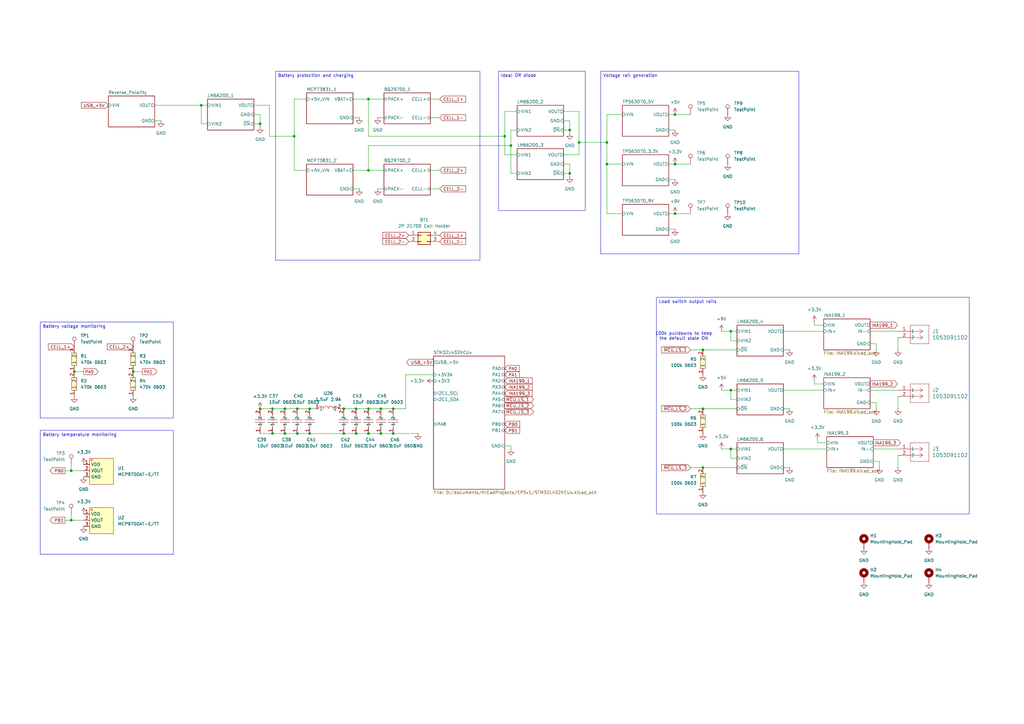
<source format=kicad_sch>
(kicad_sch (version 20231120) (generator "eeschema") (generator_version "8.0")
  (paper "A3")
  (lib_symbols
    (symbol "Connector:TestPoint" (pin_numbers hide) (pin_names (offset 0.762) hide)
      (property "Reference" "TP" (at 0 6.858 0))
      (property "Value" "TestPoint" (at 0 5.08 0))
      (symbol "TestPoint_1_1"
        (pin passive line (at 0 0 90) (length 2.54) (name "1") (number "1"))
      )
    )
    (symbol "Connector_Generic:Conn_02x02_Counter_Clockwise" (pin_names (offset 1.016) hide)
      (property "Reference" "J" (at 1.27 2.54 0))
      (property "Value" "Conn_02x02_Counter_Clockwise" (at 1.27 -5.08 0))
      (symbol "Conn_02x02_Counter_Clockwise_1_1"
        (pin passive line (at -5.08 0 0) (length 3.81) (name "Pin_1") (number "1"))
        (pin passive line (at -5.08 -2.54 0) (length 3.81) (name "Pin_2") (number "2"))
        (pin passive line (at 7.62 -2.54 180) (length 3.81) (name "Pin_3") (number "3"))
        (pin passive line (at 7.62 0 180) (length 3.81) (name "Pin_4") (number "4"))
      )
    )
    (symbol "Mechanical:MountingHole_Pad" (pin_numbers hide) (pin_names (offset 1.016) hide) (exclude_from_sim yes) (in_bom no)
      (property "Reference" "H" (at 0 6.35 0))
      (property "Value" "MountingHole_Pad" (at 0 4.445 0))
      (symbol "MountingHole_Pad_1_1"
        (pin input line (at 0 -2.54 90) (length 2.54) (name "1") (number "1"))
      )
    )
    (symbol "Rocketry_Easyeda:0603WAF1003T5E (100k 0603)"
      (property "Reference" "R" (at 0 5.08 0))
      (property "Value" "0603WAF1003T5E (100k 0603)" (at 0 -5.08 0))
      (symbol "0603WAF1003T5E (100k 0603)_0_1"
        (pin input line (at -5.08 0 0) (length 2.54) (name "1") (number "1"))
        (pin input line (at 5.08 0 180) (length 2.54) (name "2") (number "2"))
      )
    )
    (symbol "Rocketry_Easyeda:0603WAF4703T5E (470k 0603)"
      (property "Reference" "R" (at 0 5.08 0))
      (property "Value" "0603WAF4703T5E (470k 0603)" (at 0 -5.08 0))
      (symbol "0603WAF4703T5E (470k 0603)_0_1"
        (pin input line (at -5.08 0 0) (length 2.54) (name "1") (number "1"))
        (pin input line (at 5.08 0 180) (length 2.54) (name "2") (number "2"))
      )
    )
    (symbol "Rocketry_Easyeda:CL10A106KP8NNNC (10uF 0603)"
      (property "Reference" "C" (at 0 5.08 0))
      (property "Value" "CL10A106KP8NNNC (10uF 0603)" (at 0 -5.08 0))
      (symbol "CL10A106KP8NNNC (10uF 0603)_0_1"
        (pin unspecified line (at -5.08 0 0) (length 2.54) (name "1") (number "1"))
        (pin unspecified line (at 5.08 0 180) (length 2.54) (name "2") (number "2"))
      )
    )
    (symbol "Rocketry_Easyeda:FTC252012S1R5MBCA (1.5uF 2.9A)"
      (property "Reference" "U" (at 0 5.08 0))
      (property "Value" "FTC252012S1R5MBCA (1.5uF 2.9A)" (at 0 -5.08 0))
      (symbol "FTC252012S1R5MBCA (1.5uF 2.9A)_0_1"
        (pin unspecified line (at -5.08 0 0) (length 1.016) (name "1") (number "1"))
        (pin unspecified line (at 5.08 0 180) (length 1.016) (name "2") (number "2"))
      )
    )
    (symbol "Rocketry_Easyeda:MCP9700AT-E_TT"
      (property "Reference" "U" (at 0 7.62 0))
      (property "Value" "MCP9700AT-E/TT" (at 0 -7.62 0))
      (symbol "MCP9700AT-E_TT_0_1"
        (pin unspecified line (at -5.08 2.54 0) (length 2.54) (name "VDD") (number "1"))
        (pin unspecified line (at -5.08 0 0) (length 2.54) (name "VOUT") (number "2"))
        (pin unspecified line (at -5.08 -2.54 0) (length 2.54) (name "GND") (number "3"))
      )
    )
    (symbol "Rocketry_Manual:1053091102" (pin_names (offset 0.254))
      (property "Reference" "J" (at 8.89 6.35 0))
      (property "Value" "1053091102" (at 0 0 0))
      (symbol "1053091102_1_1"
        (pin unspecified line (at 0 0 0) (length 5.08) (name "1") (number "1"))
        (pin unspecified line (at 0 -2.54 0) (length 5.08) (name "2") (number "2"))
      )
      (symbol "1053091102_1_2"
        (pin unspecified line (at 0 0 0) (length 5.08) (name "1") (number "1"))
        (pin unspecified line (at 0 -2.54 0) (length 5.08) (name "2") (number "2"))
      )
    )
    (symbol "power:+3.3V" (power) (pin_numbers hide) (pin_names (offset 0) hide)
      (property "Value" "+3.3V" (at 0 3.556 0))
      (symbol "+3.3V_1_1"
        (pin power_in line (at 0 0 90) (length 0) (name "~") (number "1"))
      )
    )
    (symbol "power:+5V" (power) (pin_numbers hide) (pin_names (offset 0) hide)
      (property "Value" "+5V" (at 0 3.556 0))
      (symbol "+5V_1_1"
        (pin power_in line (at 0 0 90) (length 0) (name "~") (number "1"))
      )
    )
    (symbol "power:+9V" (power) (pin_numbers hide) (pin_names (offset 0) hide)
      (property "Value" "+9V" (at 0 3.556 0))
      (symbol "+9V_1_1"
        (pin power_in line (at 0 0 90) (length 0) (name "~") (number "1"))
      )
    )
    (symbol "power:GND" (power) (pin_numbers hide) (pin_names (offset 0) hide)
      (property "Value" "GND" (at 0 -3.81 0))
      (symbol "GND_1_1"
        (pin power_in line (at 0 0 270) (length 0) (name "~") (number "1"))
      )
    )
  )
  (junction (at 127 167.64))
  (junction (at 106.68 167.64))
  (junction (at 237.49 58.42))
  (junction (at 146.05 167.64))
  (junction (at 116.84 177.8))
  (junction (at 156.21 177.8))
  (junction (at 30.48 152.4))
  (junction (at 209.55 59.69))
  (junction (at 207.01 55.88))
  (junction (at 276.86 87.63))
  (junction (at 248.92 58.42))
  (junction (at 299.72 135.89))
  (junction (at 121.92 167.64))
  (junction (at 121.92 177.8))
  (junction (at 54.61 152.4))
  (junction (at 111.76 167.64))
  (junction (at 127 177.8))
  (junction (at 120.65 55.88))
  (junction (at 233.68 71.12))
  (junction (at 299.72 184.15))
  (junction (at 276.86 46.99))
  (junction (at 151.13 177.8))
  (junction (at 156.21 167.64))
  (junction (at 161.29 177.8))
  (junction (at 288.29 167.64))
  (junction (at 140.97 177.8))
  (junction (at 29.21 193.04))
  (junction (at 111.76 177.8))
  (junction (at 140.97 167.64))
  (junction (at 116.84 167.64))
  (junction (at 248.92 67.31))
  (junction (at 276.86 67.31))
  (junction (at 299.72 160.02))
  (junction (at 288.29 143.51))
  (junction (at 151.13 40.64))
  (junction (at 233.68 53.34))
  (junction (at 151.13 69.85))
  (junction (at 288.29 191.77))
  (junction (at 29.21 213.36))
  (junction (at 161.29 167.64))
  (junction (at 82.55 43.18))
  (junction (at 151.13 167.64))
  (junction (at 106.68 50.8))
  (junction (at 146.05 177.8))
  (wire (pts (xy 151.13 59.69) (xy 209.55 59.69)))
  (wire (pts (xy 299.72 187.96) (xy 299.72 184.15)))
  (wire (pts (xy 207.01 182.88) (xy 209.55 182.88)))
  (wire (pts (xy 212.09 63.5) (xy 207.01 63.5)))
  (wire (pts (xy 29.21 210.82) (xy 29.21 213.36)))
  (wire (pts (xy 120.65 55.88) (xy 120.65 69.85)))
  (wire (pts (xy 151.13 40.64) (xy 151.13 55.88)))
  (wire (pts (xy 334.01 133.35) (xy 337.82 133.35)))
  (wire (pts (xy 207.01 55.88) (xy 207.01 63.5)))
  (wire (pts (xy 233.68 71.12) (xy 233.68 72.39)))
  (wire (pts (xy 85.09 50.8) (xy 82.55 50.8)))
  (wire (pts (xy 26.67 193.04) (xy 29.21 193.04)))
  (wire (pts (xy 356.87 135.89) (xy 368.3 135.89)))
  (wire (pts (xy 144.78 48.26) (xy 147.32 48.26)))
  (wire (pts (xy 209.55 59.69) (xy 209.55 71.12)))
  (wire (pts (xy 106.68 52.07) (xy 106.68 50.8)))
  (wire (pts (xy 358.14 184.15) (xy 368.3 184.15)))
  (wire (pts (xy 302.26 187.96) (xy 299.72 187.96)))
  (wire (pts (xy 144.78 77.47) (xy 147.32 77.47)))
  (wire (pts (xy 368.3 143.51) (xy 368.3 138.43)))
  (wire (pts (xy 209.55 71.12) (xy 212.09 71.12)))
  (wire (pts (xy 233.68 49.53) (xy 233.68 53.34)))
  (wire (pts (xy 231.14 45.72) (xy 237.49 45.72)))
  (wire (pts (xy 288.29 191.77) (xy 302.26 191.77)))
  (wire (pts (xy 237.49 58.42) (xy 248.92 58.42)))
  (wire (pts (xy 334.01 157.48) (xy 337.82 157.48)))
  (wire (pts (xy 248.92 46.99) (xy 255.27 46.99)))
  (wire (pts (xy 299.72 135.89) (xy 302.26 135.89)))
  (wire (pts (xy 121.92 177.8) (xy 127 177.8)))
  (wire (pts (xy 321.31 135.89) (xy 337.82 135.89)))
  (wire (pts (xy 110.49 43.18) (xy 110.49 55.88)))
  (wire (pts (xy 356.87 140.97) (xy 359.41 140.97)))
  (wire (pts (xy 176.53 40.64) (xy 180.34 40.64)))
  (wire (pts (xy 299.72 139.7) (xy 299.72 135.89)))
  (wire (pts (xy 121.92 167.64) (xy 127 167.64)))
  (wire (pts (xy 82.55 43.18) (xy 82.55 50.8)))
  (wire (pts (xy 106.68 46.99) (xy 106.68 50.8)))
  (wire (pts (xy 288.29 143.51) (xy 302.26 143.51)))
  (wire (pts (xy 29.21 190.5) (xy 29.21 193.04)))
  (wire (pts (xy 321.31 191.77) (xy 323.85 191.77)))
  (wire (pts (xy 274.32 93.98) (xy 276.86 93.98)))
  (wire (pts (xy 237.49 63.5) (xy 231.14 63.5)))
  (wire (pts (xy 127 167.64) (xy 129.54 167.64)))
  (wire (pts (xy 360.68 189.23) (xy 360.68 191.77)))
  (wire (pts (xy 146.05 177.8) (xy 151.13 177.8)))
  (wire (pts (xy 180.34 48.26) (xy 176.53 48.26)))
  (wire (pts (xy 299.72 160.02) (xy 302.26 160.02)))
  (wire (pts (xy 276.86 67.31) (xy 274.32 67.31)))
  (wire (pts (xy 299.72 163.83) (xy 299.72 160.02)))
  (wire (pts (xy 356.87 165.1) (xy 359.41 165.1)))
  (wire (pts (xy 151.13 167.64) (xy 156.21 167.64)))
  (wire (pts (xy 144.78 40.64) (xy 151.13 40.64)))
  (wire (pts (xy 151.13 69.85) (xy 151.13 59.69)))
  (wire (pts (xy 248.92 67.31) (xy 248.92 87.63)))
  (wire (pts (xy 283.21 191.77) (xy 288.29 191.77)))
  (wire (pts (xy 166.37 153.67) (xy 177.8 153.67)))
  (wire (pts (xy 151.13 177.8) (xy 156.21 177.8)))
  (wire (pts (xy 295.91 160.02) (xy 299.72 160.02)))
  (wire (pts (xy 140.97 177.8) (xy 146.05 177.8)))
  (wire (pts (xy 231.14 53.34) (xy 233.68 53.34)))
  (wire (pts (xy 144.78 69.85) (xy 151.13 69.85)))
  (wire (pts (xy 207.01 45.72) (xy 207.01 55.88)))
  (wire (pts (xy 111.76 177.8) (xy 116.84 177.8)))
  (wire (pts (xy 231.14 71.12) (xy 233.68 71.12)))
  (wire (pts (xy 233.68 67.31) (xy 233.68 71.12)))
  (wire (pts (xy 156.21 177.8) (xy 161.29 177.8)))
  (wire (pts (xy 233.68 67.31) (xy 231.14 67.31)))
  (wire (pts (xy 161.29 167.64) (xy 166.37 167.64)))
  (wire (pts (xy 321.31 160.02) (xy 337.82 160.02)))
  (wire (pts (xy 120.65 69.85) (xy 125.73 69.85)))
  (wire (pts (xy 321.31 143.51) (xy 323.85 143.51)))
  (wire (pts (xy 299.72 184.15) (xy 302.26 184.15)))
  (wire (pts (xy 111.76 167.64) (xy 116.84 167.64)))
  (wire (pts (xy 176.53 69.85) (xy 180.34 69.85)))
  (wire (pts (xy 58.42 152.4) (xy 54.61 152.4)))
  (wire (pts (xy 302.26 139.7) (xy 299.72 139.7)))
  (wire (pts (xy 321.31 167.64) (xy 323.85 167.64)))
  (wire (pts (xy 82.55 43.18) (xy 85.09 43.18)))
  (wire (pts (xy 139.7 167.64) (xy 140.97 167.64)))
  (wire (pts (xy 212.09 53.34) (xy 209.55 53.34)))
  (wire (pts (xy 276.86 87.63) (xy 283.21 87.63)))
  (wire (pts (xy 295.91 184.15) (xy 299.72 184.15)))
  (wire (pts (xy 335.28 181.61) (xy 339.09 181.61)))
  (wire (pts (xy 166.37 153.67) (xy 166.37 167.64)))
  (wire (pts (xy 29.21 213.36) (xy 34.29 213.36)))
  (wire (pts (xy 334.01 132.08) (xy 334.01 133.35)))
  (wire (pts (xy 283.21 143.51) (xy 288.29 143.51)))
  (wire (pts (xy 274.32 53.34) (xy 276.86 53.34)))
  (wire (pts (xy 358.14 189.23) (xy 360.68 189.23)))
  (wire (pts (xy 140.97 167.64) (xy 146.05 167.64)))
  (wire (pts (xy 151.13 40.64) (xy 157.48 40.64)))
  (wire (pts (xy 233.68 49.53) (xy 231.14 49.53)))
  (wire (pts (xy 276.86 67.31) (xy 283.21 67.31)))
  (wire (pts (xy 274.32 73.66) (xy 276.86 73.66)))
  (wire (pts (xy 207.01 45.72) (xy 212.09 45.72)))
  (wire (pts (xy 106.68 167.64) (xy 111.76 167.64)))
  (wire (pts (xy 127 177.8) (xy 140.97 177.8)))
  (wire (pts (xy 176.53 77.47) (xy 180.34 77.47)))
  (wire (pts (xy 276.86 87.63) (xy 274.32 87.63)))
  (wire (pts (xy 63.5 43.18) (xy 82.55 43.18)))
  (wire (pts (xy 248.92 87.63) (xy 255.27 87.63)))
  (wire (pts (xy 255.27 67.31) (xy 248.92 67.31)))
  (wire (pts (xy 29.21 193.04) (xy 34.29 193.04)))
  (wire (pts (xy 368.3 167.64) (xy 368.3 162.56)))
  (wire (pts (xy 283.21 167.64) (xy 288.29 167.64)))
  (wire (pts (xy 104.14 46.99) (xy 106.68 46.99)))
  (wire (pts (xy 335.28 180.34) (xy 335.28 181.61)))
  (wire (pts (xy 288.29 167.64) (xy 302.26 167.64)))
  (wire (pts (xy 151.13 69.85) (xy 157.48 69.85)))
  (wire (pts (xy 157.48 77.47) (xy 154.94 77.47)))
  (wire (pts (xy 116.84 167.64) (xy 121.92 167.64)))
  (wire (pts (xy 171.45 177.8) (xy 161.29 177.8)))
  (wire (pts (xy 157.48 48.26) (xy 154.94 48.26)))
  (wire (pts (xy 356.87 160.02) (xy 368.3 160.02)))
  (wire (pts (xy 110.49 55.88) (xy 120.65 55.88)))
  (wire (pts (xy 151.13 55.88) (xy 207.01 55.88)))
  (wire (pts (xy 368.3 191.77) (xy 368.3 186.69)))
  (wire (pts (xy 321.31 184.15) (xy 339.09 184.15)))
  (wire (pts (xy 276.86 46.99) (xy 274.32 46.99)))
  (wire (pts (xy 295.91 135.89) (xy 299.72 135.89)))
  (wire (pts (xy 276.86 46.99) (xy 283.21 46.99)))
  (wire (pts (xy 106.68 50.8) (xy 104.14 50.8)))
  (wire (pts (xy 334.01 156.21) (xy 334.01 157.48)))
  (wire (pts (xy 248.92 58.42) (xy 248.92 46.99)))
  (wire (pts (xy 233.68 53.34) (xy 233.68 54.61)))
  (wire (pts (xy 237.49 58.42) (xy 237.49 63.5)))
  (wire (pts (xy 34.29 152.4) (xy 30.48 152.4)))
  (wire (pts (xy 104.14 43.18) (xy 110.49 43.18)))
  (wire (pts (xy 302.26 163.83) (xy 299.72 163.83)))
  (wire (pts (xy 156.21 167.64) (xy 161.29 167.64)))
  (wire (pts (xy 106.68 177.8) (xy 111.76 177.8)))
  (wire (pts (xy 116.84 177.8) (xy 121.92 177.8)))
  (wire (pts (xy 359.41 165.1) (xy 359.41 167.64)))
  (wire (pts (xy 248.92 58.42) (xy 248.92 67.31)))
  (wire (pts (xy 120.65 40.64) (xy 120.65 55.88)))
  (wire (pts (xy 237.49 58.42) (xy 237.49 45.72)))
  (wire (pts (xy 359.41 140.97) (xy 359.41 143.51)))
  (wire (pts (xy 209.55 53.34) (xy 209.55 59.69)))
  (wire (pts (xy 125.73 40.64) (xy 120.65 40.64)))
  (wire (pts (xy 209.55 184.15) (xy 209.55 182.88)))
  (wire (pts (xy 63.5 49.53) (xy 66.04 49.53)))
  (wire (pts (xy 26.67 213.36) (xy 29.21 213.36)))
  (wire (pts (xy 146.05 167.64) (xy 151.13 167.64)))
  (text_box "Battery voltage monitoring" (at 16.51 132.08 0) (size 54.61 39.37) (effects (font (size 1.27 1.27)) (justify left top)))
  (text_box "Load switch output rails" (at 269.24 121.92 0) (size 128.27 88.9) (effects (font (size 1.27 1.27)) (justify left top)))
  (text_box "Ideal OR diode" (at 204.47 29.21 0) (size 35.56 57.15) (effects (font (size 1.27 1.27)) (justify left top)))
  (text_box "Battery protection and charging" (at 113.03 29.21 0) (size 83.82 77.47) (effects (font (size 1.27 1.27)) (justify left top)))
  (text_box "Battery temperature monitoring" (at 16.51 176.53 0) (size 54.61 50.8) (effects (font (size 1.27 1.27)) (justify left top)))
  (text_box "Voltage rail generation" (at 246.38 29.21 0) (size 81.28 74.93) (effects (font (size 1.27 1.27)) (justify left top)))
  (text "100k pulldowns to keep\nthe default state ON" (at 280.416 137.922 0) (effects (font (size 1.27 1.27))))
  (global_label "PB0" (shape output) (at 26.67 193.04 180) (property "Intersheetrefs" "${INTERSHEET_REFS}" (effects (hide yes))))
  (global_label "~{MCU_LS_2}" (shape input) (at 283.21 167.64 180) (property "Intersheetrefs" "${INTERSHEET_REFS}" (effects (hide yes))))
  (global_label "INA199_1" (shape input) (at 207.01 156.21 0) (property "Intersheetrefs" "${INTERSHEET_REFS}" (effects (hide yes))))
  (global_label "INA199_3" (shape input) (at 207.01 161.29 0) (property "Intersheetrefs" "${INTERSHEET_REFS}" (effects (hide yes))))
  (global_label "INA199_2" (shape input) (at 207.01 158.75 0) (property "Intersheetrefs" "${INTERSHEET_REFS}" (effects (hide yes))))
  (global_label "INA199_2" (shape output) (at 356.87 157.48 0) (property "Intersheetrefs" "${INTERSHEET_REFS}" (effects (hide yes))))
  (global_label "CELL_2+" (shape input) (at 180.34 69.85 0) (property "Intersheetrefs" "${INTERSHEET_REFS}" (effects (hide yes))))
  (global_label "CELL_1+" (shape input) (at 30.48 142.24 180) (property "Intersheetrefs" "${INTERSHEET_REFS}" (effects (hide yes))))
  (global_label "~{MCU_LS_3}" (shape output) (at 207.01 168.91 0) (property "Intersheetrefs" "${INTERSHEET_REFS}" (effects (hide yes))))
  (global_label "PA0" (shape input) (at 207.01 151.13 0) (property "Intersheetrefs" "${INTERSHEET_REFS}" (effects (hide yes))))
  (global_label "USB_+5V" (shape input) (at 44.45 43.18 180) (property "Intersheetrefs" "${INTERSHEET_REFS}" (effects (hide yes))))
  (global_label "CELL_2+" (shape input) (at 54.61 142.24 180) (property "Intersheetrefs" "${INTERSHEET_REFS}" (effects (hide yes))))
  (global_label "CELL_1+" (shape input) (at 180.34 96.52 0) (property "Intersheetrefs" "${INTERSHEET_REFS}" (effects (hide yes))))
  (global_label "~{MCU_LS_3}" (shape input) (at 283.21 191.77 180) (property "Intersheetrefs" "${INTERSHEET_REFS}" (effects (hide yes))))
  (global_label "PA1" (shape output) (at 58.42 152.4 0) (property "Intersheetrefs" "${INTERSHEET_REFS}" (effects (hide yes))))
  (global_label "PB0" (shape input) (at 207.01 173.99 0) (property "Intersheetrefs" "${INTERSHEET_REFS}" (effects (hide yes))))
  (global_label "PB1" (shape output) (at 26.67 213.36 180) (property "Intersheetrefs" "${INTERSHEET_REFS}" (effects (hide yes))))
  (global_label "USB_+5V" (shape output) (at 177.8 148.59 180) (property "Intersheetrefs" "${INTERSHEET_REFS}" (effects (hide yes))))
  (global_label "CELL_1-" (shape input) (at 180.34 99.06 0) (property "Intersheetrefs" "${INTERSHEET_REFS}" (effects (hide yes))))
  (global_label "CELL_1+" (shape input) (at 180.34 40.64 0) (property "Intersheetrefs" "${INTERSHEET_REFS}" (effects (hide yes))))
  (global_label "CELL_2+" (shape input) (at 167.64 96.52 180) (property "Intersheetrefs" "${INTERSHEET_REFS}" (effects (hide yes))))
  (global_label "CELL_2-" (shape input) (at 180.34 77.47 0) (property "Intersheetrefs" "${INTERSHEET_REFS}" (effects (hide yes))))
  (global_label "PA1" (shape input) (at 207.01 153.67 0) (property "Intersheetrefs" "${INTERSHEET_REFS}" (effects (hide yes))))
  (global_label "~{MCU_LS_1}" (shape output) (at 207.01 163.83 0) (property "Intersheetrefs" "${INTERSHEET_REFS}" (effects (hide yes))))
  (global_label "CELL_2-" (shape input) (at 167.64 99.06 180) (property "Intersheetrefs" "${INTERSHEET_REFS}" (effects (hide yes))))
  (global_label "~{MCU_LS_1}" (shape input) (at 283.21 143.51 180) (property "Intersheetrefs" "${INTERSHEET_REFS}" (effects (hide yes))))
  (global_label "~{MCU_LS_2}" (shape output) (at 207.01 166.37 0) (property "Intersheetrefs" "${INTERSHEET_REFS}" (effects (hide yes))))
  (global_label "INA199_3" (shape output) (at 358.14 181.61 0) (property "Intersheetrefs" "${INTERSHEET_REFS}" (effects (hide yes))))
  (global_label "PB1" (shape input) (at 207.01 176.53 0) (property "Intersheetrefs" "${INTERSHEET_REFS}" (effects (hide yes))))
  (global_label "CELL_1-" (shape input) (at 180.34 48.26 0) (property "Intersheetrefs" "${INTERSHEET_REFS}" (effects (hide yes))))
  (global_label "INA199_1" (shape output) (at 356.87 133.35 0) (property "Intersheetrefs" "${INTERSHEET_REFS}" (effects (hide yes))))
  (global_label "PA0" (shape output) (at 34.29 152.4 0) (property "Intersheetrefs" "${INTERSHEET_REFS}" (effects (hide yes))))
  (symbol (lib_id "Rocketry_Easyeda:CL10A106KP8NNNC (10uF 0603)") (at 116.84 172.72 90) (unit 1)
    (property "Reference" "C38" (at 115.57 180.34 90) (effects (justify right)))
    (property "Value" "10uF 0603" (at 115.57 182.88 90) (effects (justify right)))
    (property "Footprint" "Rocketry_Easyeda:C0603" (effects (hide yes)))
    (property "Datasheet" "https://lcsc.com/product-detail/Multilayer-Ceramic-Capacitors-MLCC-SMD-SMT_SAMSUNG_CL10A106KP8NNNC_10uF-106-10-10V_C19702.html" (effects (hide yes)))
    (property "LCSC Part" "C19702" (effects (hide yes)))
  )
  (symbol (lib_id "power:GND") (at 34.29 195.58 0) (unit 1)
    (property "Reference" "#PWR03" (effects (hide yes)))
    (property "Value" "GND" (at 34.29 200.66 0))
    (property "Description" "Power symbol creates a global label with name \"GND\" , ground" (effects (hide yes)))
  )
  (symbol (lib_id "power:GND") (at 368.3 191.77 0) (unit 1)
    (property "Reference" "#PWR041" (effects (hide yes)))
    (property "Value" "GND" (at 368.3 196.85 0))
    (property "Description" "Power symbol creates a global label with name \"GND\" , ground" (effects (hide yes)))
  )
  (symbol (lib_id "Rocketry_Easyeda:CL10A106KP8NNNC (10uF 0603)") (at 127 172.72 90) (unit 1)
    (property "Reference" "C41" (at 125.73 180.34 90) (effects (justify right)))
    (property "Value" "10uF 0603" (at 125.73 182.88 90) (effects (justify right)))
    (property "Footprint" "Rocketry_Easyeda:C0603" (effects (hide yes)))
    (property "Datasheet" "https://lcsc.com/product-detail/Multilayer-Ceramic-Capacitors-MLCC-SMD-SMT_SAMSUNG_CL10A106KP8NNNC_10uF-106-10-10V_C19702.html" (effects (hide yes)))
    (property "LCSC Part" "C19702" (effects (hide yes)))
  )
  (symbol (lib_id "power:GND") (at 360.68 191.77 0) (unit 1)
    (property "Reference" "#PWR038" (effects (hide yes)))
    (property "Value" "GND" (at 360.68 196.85 0))
    (property "Description" "Power symbol creates a global label with name \"GND\" , ground" (effects (hide yes)))
  )
  (symbol (lib_id "power:GND") (at 288.29 153.67 0) (unit 1)
    (property "Reference" "#PWR022" (effects (hide yes)))
    (property "Value" "GND" (at 288.29 158.75 0))
    (property "Description" "Power symbol creates a global label with name \"GND\" , ground" (effects (hide yes)))
  )
  (symbol (lib_id "power:GND") (at 106.68 52.07 0) (unit 1)
    (property "Reference" "#PWR08" (effects (hide yes)))
    (property "Value" "GND" (at 106.68 57.15 0))
    (property "Description" "Power symbol creates a global label with name \"GND\" , ground" (effects (hide yes)))
  )
  (symbol (lib_id "power:GND") (at 276.86 53.34 0) (unit 1)
    (property "Reference" "#PWR017" (effects (hide yes)))
    (property "Value" "GND" (at 276.86 58.42 0))
    (property "Description" "Power symbol creates a global label with name \"GND\" , ground" (effects (hide yes)))
  )
  (symbol (lib_id "Rocketry_Easyeda:CL10A106KP8NNNC (10uF 0603)") (at 111.76 172.72 90) (unit 1)
    (property "Reference" "C37" (at 110.257 162.3921 90) (effects (justify right)))
    (property "Value" "10uF 0603" (at 110.257 164.9321 90) (effects (justify right)))
    (property "Footprint" "Rocketry_Easyeda:C0603" (effects (hide yes)))
    (property "Datasheet" "https://lcsc.com/product-detail/Multilayer-Ceramic-Capacitors-MLCC-SMD-SMT_SAMSUNG_CL10A106KP8NNNC_10uF-106-10-10V_C19702.html" (effects (hide yes)))
    (property "LCSC Part" "C19702" (effects (hide yes)))
  )
  (symbol (lib_id "power:GND") (at 171.45 177.8 0) (unit 1)
    (property "Reference" "#PWR048" (effects (hide yes)))
    (property "Value" "GND" (at 171.45 182.88 0))
    (property "Description" "Power symbol creates a global label with name \"GND\" , ground" (effects (hide yes)))
  )
  (symbol (lib_id "Rocketry_Manual:1053091102") (at 368.3 184.15 0) (unit 1)
    (property "Reference" "J3" (at 382.27 184.1499 0) (effects (font (size 1.524 1.524)) (justify left)))
    (property "Value" "1053091102" (at 382.27 186.6899 0) (effects (font (size 1.524 1.524)) (justify left)))
    (property "Footprint" "Rocketry_Manual:CON_1053091102" (effects (hide yes)))
    (property "Datasheet" "1053091102" (effects (hide yes)))
  )
  (symbol (lib_id "power:GND") (at 354.33 238.76 0) (unit 1)
    (property "Reference" "#PWR035" (effects (hide yes)))
    (property "Value" "GND" (at 354.33 243.84 0))
    (property "Description" "Power symbol creates a global label with name \"GND\" , ground" (effects (hide yes)))
  )
  (symbol (lib_id "power:+3.3V") (at 106.68 167.64 0) (unit 1)
    (property "Reference" "#PWR049" (effects (hide yes)))
    (property "Value" "+3.3V" (at 106.68 162.56 0))
    (property "Description" "Power symbol creates a global label with name \"+3.3V\"" (effects (hide yes)))
  )
  (symbol (lib_id "Rocketry_Easyeda:0603WAF4703T5E (470k 0603)") (at 30.48 147.32 270) (mirror x) (unit 1)
    (property "Reference" "R1" (at 33.02 146.0499 90) (effects (justify left)))
    (property "Value" "470k 0603" (at 33.02 148.5899 90) (effects (justify left)))
    (property "Footprint" "Rocketry_Easyeda:R0603" (effects (hide yes)))
    (property "Datasheet" "https://lcsc.com/product-detail/Chip-Resistor-Surface-Mount-UniOhm_470KR-4703-1_C23178.html" (effects (hide yes)))
    (property "LCSC Part" "C23178" (effects (hide yes)))
  )
  (symbol (lib_id "power:+3.3V") (at 177.8 156.21 90) (unit 1)
    (property "Reference" "#PWR013" (effects (hide yes)))
    (property "Value" "+3.3V" (at 173.99 156.2099 90) (effects (justify left)))
    (property "Description" "Power symbol creates a global label with name \"+3.3V\"" (effects (hide yes)))
  )
  (symbol (lib_id "Rocketry_Manual:1053091102") (at 368.3 135.89 0) (unit 1)
    (property "Reference" "J1" (at 382.27 135.8899 0) (effects (font (size 1.524 1.524)) (justify left)))
    (property "Value" "1053091102" (at 382.27 138.4299 0) (effects (font (size 1.524 1.524)) (justify left)))
    (property "Footprint" "Rocketry_Manual:CON_1053091102" (effects (hide yes)))
    (property "Datasheet" "1053091102" (effects (hide yes)))
  )
  (symbol (lib_id "power:+5V") (at 276.86 46.99 0) (unit 1)
    (property "Reference" "#PWR016" (effects (hide yes)))
    (property "Value" "+5V" (at 276.86 41.91 0))
    (property "Description" "Power symbol creates a global label with name \"+5V\"" (effects (hide yes)))
  )
  (symbol (lib_id "Connector:TestPoint") (at 298.45 87.63 0) (unit 1)
    (property "Reference" "TP10" (at 300.99 83.058 0) (effects (justify left)))
    (property "Value" "TestPoint" (at 300.99 85.598 0) (effects (justify left)))
    (property "Footprint" "TestPoint:TestPoint_Pad_1.0x1.0mm" (effects (hide yes)))
    (property "Description" "test point" (effects (hide yes)))
  )
  (symbol (lib_id "power:GND") (at 276.86 93.98 0) (unit 1)
    (property "Reference" "#PWR021" (effects (hide yes)))
    (property "Value" "GND" (at 276.86 99.06 0))
    (property "Description" "Power symbol creates a global label with name \"GND\" , ground" (effects (hide yes)))
  )
  (symbol (lib_id "power:+3.3V") (at 295.91 184.15 0) (unit 1)
    (property "Reference" "#PWR027" (effects (hide yes)))
    (property "Value" "+3.3V" (at 295.91 179.07 0))
    (property "Description" "Power symbol creates a global label with name \"+3.3V\"" (effects (hide yes)))
  )
  (symbol (lib_id "power:GND") (at 154.94 77.47 0) (mirror y) (unit 1)
    (property "Reference" "#PWR012" (effects (hide yes)))
    (property "Value" "GND" (at 154.94 82.55 0))
    (property "Description" "Power symbol creates a global label with name \"GND\" , ground" (effects (hide yes)))
  )
  (symbol (lib_id "Rocketry_Easyeda:MCP9700AT-E_TT") (at 39.37 193.04 0) (unit 1)
    (property "Reference" "U1" (at 48.26 192.0249 0) (effects (justify left)))
    (property "Value" "MCP9700AT-E/TT" (at 48.26 194.5649 0) (effects (justify left)))
    (property "Footprint" "Rocketry_Easyeda:SOT-23-3_L2.9-W1.3-P1.90-LS2.4-BR" (effects (hide yes)))
    (property "Datasheet" "https://lcsc.com/product-detail/Temperature-Sensors_MICROCHIP_MCP9700AT-E-TT_MCP9700AT-E-TT_C127949.html" (effects (hide yes)))
    (property "LCSC Part" "C127949" (effects (hide yes)))
  )
  (symbol (lib_id "Connector_Generic:Conn_02x02_Counter_Clockwise") (at 172.72 96.52 0) (unit 1)
    (property "Reference" "BT1" (at 173.99 90.17 0))
    (property "Value" "2P 21700 Cell Holder" (at 173.99 92.71 0))
    (property "Footprint" "Rocketry_Manual:PA21700x2-THM_Parallel" (effects (hide yes)))
    (property "Description" "Generic connector, double row, 02x02, counter clockwise pin numbering scheme (similar to DIP package numbering), script generated (kicad-library-utils/schlib/autogen/connector/)" (effects (hide yes)))
  )
  (symbol (lib_id "Connector:TestPoint") (at 298.45 46.99 0) (unit 1)
    (property "Reference" "TP9" (at 300.99 42.418 0) (effects (justify left)))
    (property "Value" "TestPoint" (at 300.99 44.958 0) (effects (justify left)))
    (property "Footprint" "TestPoint:TestPoint_Pad_1.0x1.0mm" (effects (hide yes)))
    (property "Description" "test point" (effects (hide yes)))
  )
  (symbol (lib_id "Rocketry_Easyeda:CL10A106KP8NNNC (10uF 0603)") (at 161.29 172.72 90) (unit 1)
    (property "Reference" "C46" (at 160.02 180.34 90) (effects (justify right)))
    (property "Value" "10uF 0603" (at 160.02 182.88 90) (effects (justify right)))
    (property "Footprint" "Rocketry_Easyeda:C0603" (effects (hide yes)))
    (property "Datasheet" "https://lcsc.com/product-detail/Multilayer-Ceramic-Capacitors-MLCC-SMD-SMT_SAMSUNG_CL10A106KP8NNNC_10uF-106-10-10V_C19702.html" (effects (hide yes)))
    (property "LCSC Part" "C19702" (effects (hide yes)))
  )
  (symbol (lib_id "Connector:TestPoint") (at 283.21 67.31 0) (unit 1)
    (property "Reference" "TP6" (at 285.75 62.738 0) (effects (justify left)))
    (property "Value" "TestPoint" (at 285.75 65.278 0) (effects (justify left)))
    (property "Footprint" "TestPoint:TestPoint_Pad_1.0x1.0mm" (effects (hide yes)))
    (property "Description" "test point" (effects (hide yes)))
  )
  (symbol (lib_id "power:GND") (at 209.55 184.15 0) (unit 1)
    (property "Reference" "#PWR044" (effects (hide yes)))
    (property "Value" "GND" (at 209.55 189.23 0))
    (property "Description" "Power symbol creates a global label with name \"GND\" , ground" (effects (hide yes)))
  )
  (symbol (lib_id "power:GND") (at 147.32 77.47 0) (unit 1)
    (property "Reference" "#PWR010" (effects (hide yes)))
    (property "Value" "GND" (at 147.32 82.55 0))
    (property "Description" "Power symbol creates a global label with name \"GND\" , ground" (effects (hide yes)))
  )
  (symbol (lib_id "Mechanical:MountingHole_Pad") (at 381 222.25 0) (unit 1) (exclude_from_sim yes) (in_bom no)
    (property "Reference" "H3" (at 383.54 219.7099 0) (effects (justify left)))
    (property "Value" "MountingHole_Pad" (at 383.54 222.2499 0) (effects (justify left)))
    (property "Footprint" "MountingHole:MountingHole_2.7mm_M2.5_Pad_Via" (effects (hide yes)))
    (property "Description" "Mounting Hole with connection" (effects (hide yes)))
  )
  (symbol (lib_id "power:GND") (at 30.48 162.56 0) (unit 1)
    (property "Reference" "#PWR01" (effects (hide yes)))
    (property "Value" "GND" (at 30.48 167.64 0))
    (property "Description" "Power symbol creates a global label with name \"GND\" , ground" (effects (hide yes)))
  )
  (symbol (lib_id "Rocketry_Easyeda:FTC252012S1R5MBCA (1.5uF 2.9A)") (at 134.62 167.64 0) (unit 1)
    (property "Reference" "U26" (at 134.62 161.29 0))
    (property "Value" "1.5uF 2.9A" (at 134.62 163.83 0))
    (property "Footprint" "Rocketry_Easyeda:IND-SMD_L2.5-W2.0_MEKK2520TR47M" (effects (hide yes)))
    (property "LCSC Part" "C5832371" (effects (hide yes)))
  )
  (symbol (lib_id "Connector:TestPoint") (at 29.21 210.82 0) (mirror y) (unit 1)
    (property "Reference" "TP4" (at 26.67 206.248 0) (effects (justify left)))
    (property "Value" "TestPoint" (at 26.67 208.788 0) (effects (justify left)))
    (property "Footprint" "TestPoint:TestPoint_Pad_1.0x1.0mm" (effects (hide yes)))
    (property "Description" "test point" (effects (hide yes)))
  )
  (symbol (lib_id "power:GND") (at 368.3 143.51 0) (unit 1)
    (property "Reference" "#PWR039" (effects (hide yes)))
    (property "Value" "GND" (at 368.3 148.59 0))
    (property "Description" "Power symbol creates a global label with name \"GND\" , ground" (effects (hide yes)))
  )
  (symbol (lib_id "Connector:TestPoint") (at 283.21 46.99 0) (unit 1)
    (property "Reference" "TP5" (at 285.75 42.418 0) (effects (justify left)))
    (property "Value" "TestPoint" (at 285.75 44.958 0) (effects (justify left)))
    (property "Footprint" "TestPoint:TestPoint_Pad_1.0x1.0mm" (effects (hide yes)))
    (property "Description" "test point" (effects (hide yes)))
  )
  (symbol (lib_id "power:GND") (at 298.45 46.99 0) (unit 1)
    (property "Reference" "#PWR046" (effects (hide yes)))
    (property "Value" "GND" (at 298.45 52.07 0))
    (property "Description" "Power symbol creates a global label with name \"GND\" , ground" (effects (hide yes)))
  )
  (symbol (lib_id "Rocketry_Easyeda:CL10A106KP8NNNC (10uF 0603)") (at 151.13 172.72 90) (unit 1)
    (property "Reference" "C44" (at 149.86 180.34 90) (effects (justify right)))
    (property "Value" "10uF 0603" (at 149.86 182.88 90) (effects (justify right)))
    (property "Footprint" "Rocketry_Easyeda:C0603" (effects (hide yes)))
    (property "Datasheet" "https://lcsc.com/product-detail/Multilayer-Ceramic-Capacitors-MLCC-SMD-SMT_SAMSUNG_CL10A106KP8NNNC_10uF-106-10-10V_C19702.html" (effects (hide yes)))
    (property "LCSC Part" "C19702" (effects (hide yes)))
  )
  (symbol (lib_id "power:GND") (at 298.45 67.31 0) (unit 1)
    (property "Reference" "#PWR045" (effects (hide yes)))
    (property "Value" "GND" (at 298.45 72.39 0))
    (property "Description" "Power symbol creates a global label with name \"GND\" , ground" (effects (hide yes)))
  )
  (symbol (lib_id "power:GND") (at 323.85 191.77 0) (unit 1)
    (property "Reference" "#PWR030" (effects (hide yes)))
    (property "Value" "GND" (at 323.85 196.85 0))
    (property "Description" "Power symbol creates a global label with name \"GND\" , ground" (effects (hide yes)))
  )
  (symbol (lib_id "power:GND") (at 276.86 73.66 0) (unit 1)
    (property "Reference" "#PWR019" (effects (hide yes)))
    (property "Value" "GND" (at 276.86 78.74 0))
    (property "Description" "Power symbol creates a global label with name \"GND\" , ground" (effects (hide yes)))
  )
  (symbol (lib_id "power:GND") (at 368.3 167.64 0) (unit 1)
    (property "Reference" "#PWR040" (effects (hide yes)))
    (property "Value" "GND" (at 368.3 172.72 0))
    (property "Description" "Power symbol creates a global label with name \"GND\" , ground" (effects (hide yes)))
  )
  (symbol (lib_id "power:GND") (at 54.61 162.56 0) (unit 1)
    (property "Reference" "#PWR06" (effects (hide yes)))
    (property "Value" "GND" (at 54.61 167.64 0))
    (property "Description" "Power symbol creates a global label with name \"GND\" , ground" (effects (hide yes)))
  )
  (symbol (lib_id "power:+3.3V") (at 334.01 132.08 0) (unit 1)
    (property "Reference" "#PWR031" (effects (hide yes)))
    (property "Value" "+3.3V" (at 334.01 127 0))
    (property "Description" "Power symbol creates a global label with name \"+3.3V\"" (effects (hide yes)))
  )
  (symbol (lib_id "Rocketry_Easyeda:0603WAF1003T5E (100k 0603)") (at 288.29 172.72 270) (mirror x) (unit 1)
    (property "Reference" "R6" (at 285.75 171.4499 90) (effects (justify right)))
    (property "Value" "100k 0603" (at 285.75 173.9899 90) (effects (justify right)))
    (property "Footprint" "Rocketry_Easyeda:R0603" (effects (hide yes)))
    (property "Datasheet" "https://lcsc.com/product-detail/Chip-Resistor-Surface-Mount-UniOhm_100KR-1003-1_C25803.html" (effects (hide yes)))
    (property "LCSC Part" "C25803" (effects (hide yes)))
  )
  (symbol (lib_id "Rocketry_Easyeda:CL10A106KP8NNNC (10uF 0603)") (at 146.05 172.72 90) (unit 1)
    (property "Reference" "C43" (at 144.547 162.3921 90) (effects (justify right)))
    (property "Value" "10uF 0603" (at 144.547 164.9321 90) (effects (justify right)))
    (property "Footprint" "Rocketry_Easyeda:C0603" (effects (hide yes)))
    (property "Datasheet" "https://lcsc.com/product-detail/Multilayer-Ceramic-Capacitors-MLCC-SMD-SMT_SAMSUNG_CL10A106KP8NNNC_10uF-106-10-10V_C19702.html" (effects (hide yes)))
    (property "LCSC Part" "C19702" (effects (hide yes)))
  )
  (symbol (lib_id "power:+3.3V") (at 34.29 210.82 0) (unit 1)
    (property "Reference" "#PWR04" (effects (hide yes)))
    (property "Value" "+3.3V" (at 34.29 205.74 0))
    (property "Description" "Power symbol creates a global label with name \"+3.3V\"" (effects (hide yes)))
  )
  (symbol (lib_id "power:GND") (at 323.85 143.51 0) (unit 1)
    (property "Reference" "#PWR028" (effects (hide yes)))
    (property "Value" "GND" (at 323.85 148.59 0))
    (property "Description" "Power symbol creates a global label with name \"GND\" , ground" (effects (hide yes)))
  )
  (symbol (lib_id "Connector:TestPoint") (at 30.48 142.24 0) (unit 1)
    (property "Reference" "TP1" (at 33.02 137.668 0) (effects (justify left)))
    (property "Value" "TestPoint" (at 33.02 140.208 0) (effects (justify left)))
    (property "Footprint" "TestPoint:TestPoint_Pad_1.0x1.0mm" (effects (hide yes)))
    (property "Description" "test point" (effects (hide yes)))
  )
  (symbol (lib_id "power:+3.3V") (at 334.01 156.21 0) (unit 1)
    (property "Reference" "#PWR032" (effects (hide yes)))
    (property "Value" "+3.3V" (at 334.01 151.13 0))
    (property "Description" "Power symbol creates a global label with name \"+3.3V\"" (effects (hide yes)))
  )
  (symbol (lib_id "Rocketry_Easyeda:CL10A106KP8NNNC (10uF 0603)") (at 121.92 172.72 90) (unit 1)
    (property "Reference" "C40" (at 120.417 162.3921 90) (effects (justify right)))
    (property "Value" "10uF 0603" (at 120.417 164.9321 90) (effects (justify right)))
    (property "Footprint" "Rocketry_Easyeda:C0603" (effects (hide yes)))
    (property "Datasheet" "https://lcsc.com/product-detail/Multilayer-Ceramic-Capacitors-MLCC-SMD-SMT_SAMSUNG_CL10A106KP8NNNC_10uF-106-10-10V_C19702.html" (effects (hide yes)))
    (property "LCSC Part" "C19702" (effects (hide yes)))
  )
  (symbol (lib_id "Rocketry_Easyeda:CL10A106KP8NNNC (10uF 0603)") (at 140.97 172.72 90) (unit 1)
    (property "Reference" "C42" (at 139.7 180.34 90) (effects (justify right)))
    (property "Value" "10uF 0603" (at 139.7 182.88 90) (effects (justify right)))
    (property "Footprint" "Rocketry_Easyeda:C0603" (effects (hide yes)))
    (property "Datasheet" "https://lcsc.com/product-detail/Multilayer-Ceramic-Capacitors-MLCC-SMD-SMT_SAMSUNG_CL10A106KP8NNNC_10uF-106-10-10V_C19702.html" (effects (hide yes)))
    (property "LCSC Part" "C19702" (effects (hide yes)))
  )
  (symbol (lib_id "power:GND") (at 233.68 72.39 0) (unit 1)
    (property "Reference" "#PWR015" (effects (hide yes)))
    (property "Value" "GND" (at 233.68 77.47 0))
    (property "Description" "Power symbol creates a global label with name \"GND\" , ground" (effects (hide yes)))
  )
  (symbol (lib_id "Connector:TestPoint") (at 29.21 190.5 0) (mirror y) (unit 1)
    (property "Reference" "TP3" (at 26.67 185.928 0) (effects (justify left)))
    (property "Value" "TestPoint" (at 26.67 188.468 0) (effects (justify left)))
    (property "Footprint" "TestPoint:TestPoint_Pad_1.0x1.0mm" (effects (hide yes)))
    (property "Description" "test point" (effects (hide yes)))
  )
  (symbol (lib_id "power:GND") (at 359.41 167.64 0) (unit 1)
    (property "Reference" "#PWR037" (effects (hide yes)))
    (property "Value" "GND" (at 359.41 172.72 0))
    (property "Description" "Power symbol creates a global label with name \"GND\" , ground" (effects (hide yes)))
  )
  (symbol (lib_id "Mechanical:MountingHole_Pad") (at 381 236.22 0) (unit 1) (exclude_from_sim yes) (in_bom no)
    (property "Reference" "H4" (at 383.54 233.6799 0) (effects (justify left)))
    (property "Value" "MountingHole_Pad" (at 383.54 236.2199 0) (effects (justify left)))
    (property "Footprint" "MountingHole:MountingHole_2.7mm_M2.5_Pad_Via" (effects (hide yes)))
    (property "Description" "Mounting Hole with connection" (effects (hide yes)))
  )
  (symbol (lib_id "Rocketry_Easyeda:0603WAF4703T5E (470k 0603)") (at 54.61 157.48 270) (mirror x) (unit 1)
    (property "Reference" "R4" (at 57.15 156.2099 90) (effects (justify left)))
    (property "Value" "470k 0603" (at 57.15 158.7499 90) (effects (justify left)))
    (property "Footprint" "Rocketry_Easyeda:R0603" (effects (hide yes)))
    (property "Datasheet" "https://lcsc.com/product-detail/Chip-Resistor-Surface-Mount-UniOhm_470KR-4703-1_C23178.html" (effects (hide yes)))
    (property "LCSC Part" "C23178" (effects (hide yes)))
  )
  (symbol (lib_id "power:GND") (at 298.45 87.63 0) (unit 1)
    (property "Reference" "#PWR047" (effects (hide yes)))
    (property "Value" "GND" (at 298.45 92.71 0))
    (property "Description" "Power symbol creates a global label with name \"GND\" , ground" (effects (hide yes)))
  )
  (symbol (lib_id "Rocketry_Easyeda:0603WAF4703T5E (470k 0603)") (at 54.61 147.32 270) (mirror x) (unit 1)
    (property "Reference" "R3" (at 57.15 146.0499 90) (effects (justify left)))
    (property "Value" "470k 0603" (at 57.15 148.5899 90) (effects (justify left)))
    (property "Footprint" "Rocketry_Easyeda:R0603" (effects (hide yes)))
    (property "Datasheet" "https://lcsc.com/product-detail/Chip-Resistor-Surface-Mount-UniOhm_470KR-4703-1_C23178.html" (effects (hide yes)))
    (property "LCSC Part" "C23178" (effects (hide yes)))
  )
  (symbol (lib_id "power:+5V") (at 295.91 160.02 0) (unit 1)
    (property "Reference" "#PWR026" (effects (hide yes)))
    (property "Value" "+5V" (at 295.91 154.94 0))
    (property "Description" "Power symbol creates a global label with name \"+5V\"" (effects (hide yes)))
  )
  (symbol (lib_id "Connector:TestPoint") (at 54.61 142.24 0) (unit 1)
    (property "Reference" "TP2" (at 57.15 137.668 0) (effects (justify left)))
    (property "Value" "TestPoint" (at 57.15 140.208 0) (effects (justify left)))
    (property "Footprint" "TestPoint:TestPoint_Pad_1.0x1.0mm" (effects (hide yes)))
    (property "Description" "test point" (effects (hide yes)))
  )
  (symbol (lib_id "power:GND") (at 288.29 201.93 0) (unit 1)
    (property "Reference" "#PWR024" (effects (hide yes)))
    (property "Value" "GND" (at 288.29 207.01 0))
    (property "Description" "Power symbol creates a global label with name \"GND\" , ground" (effects (hide yes)))
  )
  (symbol (lib_id "Connector:TestPoint") (at 283.21 87.63 0) (unit 1)
    (property "Reference" "TP7" (at 285.75 83.058 0) (effects (justify left)))
    (property "Value" "TestPoint" (at 285.75 85.598 0) (effects (justify left)))
    (property "Footprint" "TestPoint:TestPoint_Pad_1.0x1.0mm" (effects (hide yes)))
    (property "Description" "test point" (effects (hide yes)))
  )
  (symbol (lib_id "Rocketry_Easyeda:CL10A106KP8NNNC (10uF 0603)") (at 106.68 172.72 90) (unit 1)
    (property "Reference" "C39" (at 105.41 180.34 90) (effects (justify right)))
    (property "Value" "10uF 0603" (at 105.41 182.88 90) (effects (justify right)))
    (property "Footprint" "Rocketry_Easyeda:C0603" (effects (hide yes)))
    (property "Datasheet" "https://lcsc.com/product-detail/Multilayer-Ceramic-Capacitors-MLCC-SMD-SMT_SAMSUNG_CL10A106KP8NNNC_10uF-106-10-10V_C19702.html" (effects (hide yes)))
    (property "LCSC Part" "C19702" (effects (hide yes)))
  )
  (symbol (lib_id "power:GND") (at 233.68 54.61 0) (unit 1)
    (property "Reference" "#PWR014" (effects (hide yes)))
    (property "Value" "GND" (at 233.68 59.69 0))
    (property "Description" "Power symbol creates a global label with name \"GND\" , ground" (effects (hide yes)))
  )
  (symbol (lib_id "Rocketry_Easyeda:0603WAF1003T5E (100k 0603)") (at 288.29 196.85 270) (mirror x) (unit 1)
    (property "Reference" "R7" (at 285.75 195.5799 90) (effects (justify right)))
    (property "Value" "100k 0603" (at 285.75 198.1199 90) (effects (justify right)))
    (property "Footprint" "Rocketry_Easyeda:R0603" (effects (hide yes)))
    (property "Datasheet" "https://lcsc.com/product-detail/Chip-Resistor-Surface-Mount-UniOhm_100KR-1003-1_C25803.html" (effects (hide yes)))
    (property "LCSC Part" "C25803" (effects (hide yes)))
  )
  (symbol (lib_id "power:GND") (at 381 224.79 0) (unit 1)
    (property "Reference" "#PWR042" (effects (hide yes)))
    (property "Value" "GND" (at 381 229.87 0))
    (property "Description" "Power symbol creates a global label with name \"GND\" , ground" (effects (hide yes)))
  )
  (symbol (lib_id "power:GND") (at 34.29 215.9 0) (unit 1)
    (property "Reference" "#PWR05" (effects (hide yes)))
    (property "Value" "GND" (at 34.29 220.98 0))
    (property "Description" "Power symbol creates a global label with name \"GND\" , ground" (effects (hide yes)))
  )
  (symbol (lib_id "Connector:TestPoint") (at 298.45 67.31 0) (unit 1)
    (property "Reference" "TP8" (at 300.99 62.738 0) (effects (justify left)))
    (property "Value" "TestPoint" (at 300.99 65.278 0) (effects (justify left)))
    (property "Footprint" "TestPoint:TestPoint_Pad_1.0x1.0mm" (effects (hide yes)))
    (property "Description" "test point" (effects (hide yes)))
  )
  (symbol (lib_id "Mechanical:MountingHole_Pad") (at 354.33 236.22 0) (unit 1) (exclude_from_sim yes) (in_bom no)
    (property "Reference" "H2" (at 356.87 233.6799 0) (effects (justify left)))
    (property "Value" "MountingHole_Pad" (at 356.87 236.2199 0) (effects (justify left)))
    (property "Footprint" "MountingHole:MountingHole_2.7mm_M2.5_Pad_Via" (effects (hide yes)))
    (property "Description" "Mounting Hole with connection" (effects (hide yes)))
  )
  (symbol (lib_id "power:+3.3V") (at 335.28 180.34 0) (unit 1)
    (property "Reference" "#PWR033" (effects (hide yes)))
    (property "Value" "+3.3V" (at 335.28 175.26 0))
    (property "Description" "Power symbol creates a global label with name \"+3.3V\"" (effects (hide yes)))
  )
  (symbol (lib_id "power:+3.3V") (at 276.86 67.31 0) (unit 1)
    (property "Reference" "#PWR018" (effects (hide yes)))
    (property "Value" "+3.3V" (at 276.86 62.23 0))
    (property "Description" "Power symbol creates a global label with name \"+3.3V\"" (effects (hide yes)))
  )
  (symbol (lib_id "Mechanical:MountingHole_Pad") (at 354.33 222.25 0) (unit 1) (exclude_from_sim yes) (in_bom no)
    (property "Reference" "H1" (at 356.87 219.7099 0) (effects (justify left)))
    (property "Value" "MountingHole_Pad" (at 356.87 222.2499 0) (effects (justify left)))
    (property "Footprint" "MountingHole:MountingHole_2.7mm_M2.5_Pad_Via" (effects (hide yes)))
    (property "Description" "Mounting Hole with connection" (effects (hide yes)))
  )
  (symbol (lib_id "Rocketry_Easyeda:MCP9700AT-E_TT") (at 39.37 213.36 0) (unit 1)
    (property "Reference" "U2" (at 48.26 212.3449 0) (effects (justify left)))
    (property "Value" "MCP9700AT-E/TT" (at 48.26 214.8849 0) (effects (justify left)))
    (property "Footprint" "Rocketry_Easyeda:SOT-23-3_L2.9-W1.3-P1.90-LS2.4-BR" (effects (hide yes)))
    (property "Datasheet" "https://lcsc.com/product-detail/Temperature-Sensors_MICROCHIP_MCP9700AT-E-TT_MCP9700AT-E-TT_C127949.html" (effects (hide yes)))
    (property "LCSC Part" "C127949" (effects (hide yes)))
  )
  (symbol (lib_id "Rocketry_Easyeda:CL10A106KP8NNNC (10uF 0603)") (at 156.21 172.72 90) (unit 1)
    (property "Reference" "C45" (at 154.707 162.3921 90) (effects (justify right)))
    (property "Value" "10uF 0603" (at 154.707 164.9321 90) (effects (justify right)))
    (property "Footprint" "Rocketry_Easyeda:C0603" (effects (hide yes)))
    (property "Datasheet" "https://lcsc.com/product-detail/Multilayer-Ceramic-Capacitors-MLCC-SMD-SMT_SAMSUNG_CL10A106KP8NNNC_10uF-106-10-10V_C19702.html" (effects (hide yes)))
    (property "LCSC Part" "C19702" (effects (hide yes)))
  )
  (symbol (lib_id "power:+9V") (at 295.91 135.89 0) (unit 1)
    (property "Reference" "#PWR025" (effects (hide yes)))
    (property "Value" "+9V" (at 295.91 130.81 0))
    (property "Description" "Power symbol creates a global label with name \"+9V\"" (effects (hide yes)))
  )
  (symbol (lib_id "power:+9V") (at 276.86 87.63 0) (unit 1)
    (property "Reference" "#PWR020" (effects (hide yes)))
    (property "Value" "+9V" (at 276.86 82.55 0))
    (property "Description" "Power symbol creates a global label with name \"+9V\"" (effects (hide yes)))
  )
  (symbol (lib_id "Rocketry_Easyeda:0603WAF4703T5E (470k 0603)") (at 30.48 157.48 270) (mirror x) (unit 1)
    (property "Reference" "R2" (at 33.02 156.2099 90) (effects (justify left)))
    (property "Value" "470k 0603" (at 33.02 158.7499 90) (effects (justify left)))
    (property "Footprint" "Rocketry_Easyeda:R0603" (effects (hide yes)))
    (property "Datasheet" "https://lcsc.com/product-detail/Chip-Resistor-Surface-Mount-UniOhm_470KR-4703-1_C23178.html" (effects (hide yes)))
    (property "LCSC Part" "C23178" (effects (hide yes)))
  )
  (symbol (lib_id "power:GND") (at 381 238.76 0) (unit 1)
    (property "Reference" "#PWR043" (effects (hide yes)))
    (property "Value" "GND" (at 381 243.84 0))
    (property "Description" "Power symbol creates a global label with name \"GND\" , ground" (effects (hide yes)))
  )
  (symbol (lib_id "power:GND") (at 354.33 224.79 0) (unit 1)
    (property "Reference" "#PWR034" (effects (hide yes)))
    (property "Value" "GND" (at 354.33 229.87 0))
    (property "Description" "Power symbol creates a global label with name \"GND\" , ground" (effects (hide yes)))
  )
  (symbol (lib_id "power:GND") (at 323.85 167.64 0) (unit 1)
    (property "Reference" "#PWR029" (effects (hide yes)))
    (property "Value" "GND" (at 323.85 172.72 0))
    (property "Description" "Power symbol creates a global label with name \"GND\" , ground" (effects (hide yes)))
  )
  (symbol (lib_id "power:GND") (at 288.29 177.8 0) (unit 1)
    (property "Reference" "#PWR023" (effects (hide yes)))
    (property "Value" "GND" (at 288.29 182.88 0))
    (property "Description" "Power symbol creates a global label with name \"GND\" , ground" (effects (hide yes)))
  )
  (symbol (lib_id "Rocketry_Manual:1053091102") (at 368.3 160.02 0) (unit 1)
    (property "Reference" "J2" (at 382.27 160.0199 0) (effects (font (size 1.524 1.524)) (justify left)))
    (property "Value" "1053091102" (at 382.27 162.5599 0) (effects (font (size 1.524 1.524)) (justify left)))
    (property "Footprint" "Rocketry_Manual:CON_1053091102" (effects (hide yes)))
    (property "Datasheet" "1053091102" (effects (hide yes)))
  )
  (symbol (lib_id "Rocketry_Easyeda:0603WAF1003T5E (100k 0603)") (at 288.29 148.59 270) (mirror x) (unit 1)
    (property "Reference" "R5" (at 285.75 147.3199 90) (effects (justify right)))
    (property "Value" "100k 0603" (at 285.75 149.8599 90) (effects (justify right)))
    (property "Footprint" "Rocketry_Easyeda:R0603" (effects (hide yes)))
    (property "Datasheet" "https://lcsc.com/product-detail/Chip-Resistor-Surface-Mount-UniOhm_100KR-1003-1_C25803.html" (effects (hide yes)))
    (property "LCSC Part" "C25803" (effects (hide yes)))
  )
  (symbol (lib_id "power:+3.3V") (at 34.29 190.5 0) (unit 1)
    (property "Reference" "#PWR02" (effects (hide yes)))
    (property "Value" "+3.3V" (at 34.29 185.42 0))
    (property "Description" "Power symbol creates a global label with name \"+3.3V\"" (effects (hide yes)))
  )
  (symbol (lib_id "power:GND") (at 154.94 48.26 0) (mirror y) (unit 1)
    (property "Reference" "#PWR011" (effects (hide yes)))
    (property "Value" "GND" (at 154.94 53.34 0))
    (property "Description" "Power symbol creates a global label with name \"GND\" , ground" (effects (hide yes)))
  )
  (symbol (lib_id "power:GND") (at 359.41 143.51 0) (unit 1)
    (property "Reference" "#PWR036" (effects (hide yes)))
    (property "Value" "GND" (at 359.41 148.59 0))
    (property "Description" "Power symbol creates a global label with name \"GND\" , ground" (effects (hide yes)))
  )
  (symbol (lib_id "power:GND") (at 147.32 48.26 0) (unit 1)
    (property "Reference" "#PWR09" (effects (hide yes)))
    (property "Value" "GND" (at 147.32 53.34 0))
    (property "Description" "Power symbol creates a global label with name \"GND\" , ground" (effects (hide yes)))
  )
  (symbol (lib_id "power:GND") (at 66.04 49.53 0) (unit 1)
    (property "Reference" "#PWR07" (effects (hide yes)))
    (property "Value" "GND" (at 66.04 54.61 0))
    (property "Description" "Power symbol creates a global label with name \"GND\" , ground" (effects (hide yes)))
  )
  (sheet (at 125.73 38.1) (size 19.05 12.7) (stroke (width 0.1524))
    (property "Sheetname" "MCP73831_1" (at 125.73 37.3884 0) (effects (justify left bottom)))
    (property "Sheetfile" "../PCB_Schematic_Blocks_Library/MCP73831.kicad_sch" (effects (hide yes)))
    (pin "VBAT+" output (at 144.78 40.64 0))
    (pin "GND" input (at 144.78 48.26 0))
    (pin "+5V_VIN" input (at 125.73 40.64 180))
  )
  (sheet (at 302.26 181.61) (size 19.05 12.7) (stroke (width 0.1524))
    (property "Sheetname" "LM66200_6" (at 302.26 180.8984 0) (effects (justify left bottom)))
    (property "Sheetfile" "../PCB_Schematic_Blocks_Library/LM66200.kicad_sch" (effects (hide yes)))
    (pin "GND" input (at 321.31 191.77 0))
    (pin "VIN1" input (at 302.26 184.15 180))
    (pin "VOUT" output (at 321.31 184.15 0))
    (pin "VIN2" input (at 302.26 187.96 180))
    (pin "~{ON}" input (at 302.26 191.77 180))
  )
  (sheet (at 337.82 154.94) (size 19.05 12.7) (stroke (width 0.1524))
    (property "Sheetname" "INA199_2" (at 337.82 154.2284 0) (effects (justify left bottom)))
    (property "Sheetfile" "INA199.kicad_sch" (at 337.82 168.2246 0) (effects (justify left top)))
    (pin "VOUT" output (at 356.87 157.48 0))
    (pin "IN+" input (at 337.82 160.02 180))
    (pin "IN-" input (at 356.87 160.02 0))
    (pin "VIN" input (at 337.82 157.48 180))
    (pin "GND" input (at 356.87 165.1 0))
  )
  (sheet (at 337.82 130.81) (size 19.05 12.7) (stroke (width 0.1524))
    (property "Sheetname" "INA199_1" (at 337.82 130.0984 0) (effects (justify left bottom)))
    (property "Sheetfile" "INA199.kicad_sch" (at 337.82 144.0946 0) (effects (justify left top)))
    (pin "VOUT" output (at 356.87 133.35 0))
    (pin "IN+" input (at 337.82 135.89 180))
    (pin "IN-" input (at 356.87 135.89 0))
    (pin "VIN" input (at 337.82 133.35 180))
    (pin "GND" input (at 356.87 140.97 0))
  )
  (sheet (at 302.26 157.48) (size 19.05 12.7) (stroke (width 0.1524))
    (property "Sheetname" "LM66200_5" (at 302.26 156.7684 0) (effects (justify left bottom)))
    (property "Sheetfile" "../PCB_Schematic_Blocks_Library/LM66200.kicad_sch" (effects (hide yes)))
    (pin "GND" input (at 321.31 167.64 0))
    (pin "VIN1" input (at 302.26 160.02 180))
    (pin "VOUT" output (at 321.31 160.02 0))
    (pin "VIN2" input (at 302.26 163.83 180))
    (pin "~{ON}" input (at 302.26 167.64 180))
  )
  (sheet (at 255.27 63.5) (size 19.05 12.7) (stroke (width 0.1524))
    (property "Sheetname" "TPS63070_3.3V" (at 255.27 62.7884 0) (effects (justify left bottom)))
    (property "Sheetfile" "../PCB_Schematic_Blocks_Library/TPS63070_3.3V.kicad_sch" (effects (hide yes)))
    (pin "GND" input (at 274.32 73.66 0))
    (pin "VOUT" output (at 274.32 67.31 0))
    (pin "VIN" input (at 255.27 67.31 180))
  )
  (sheet (at 302.26 133.35) (size 19.05 12.7) (stroke (width 0.1524))
    (property "Sheetname" "LM66200_4" (at 302.26 132.6384 0) (effects (justify left bottom)))
    (property "Sheetfile" "../PCB_Schematic_Blocks_Library/LM66200.kicad_sch" (effects (hide yes)))
    (pin "GND" input (at 321.31 143.51 0))
    (pin "VIN1" input (at 302.26 135.89 180))
    (pin "VOUT" output (at 321.31 135.89 0))
    (pin "VIN2" input (at 302.26 139.7 180))
    (pin "~{ON}" input (at 302.26 143.51 180))
  )
  (sheet (at 212.09 60.96) (size 19.05 12.7) (stroke (width 0.1524))
    (property "Sheetname" "LM66200_3" (at 212.09 60.2484 0) (effects (justify left bottom)))
    (property "Sheetfile" "../PCB_Schematic_Blocks_Library/LM66200.kicad_sch" (effects (hide yes)))
    (pin "GND" input (at 231.14 67.31 0))
    (pin "VIN1" input (at 212.09 63.5 180))
    (pin "VOUT" output (at 231.14 63.5 0))
    (pin "VIN2" input (at 212.09 71.12 180))
    (pin "~{ON}" input (at 231.14 71.12 0))
  )
  (sheet (at 339.09 179.07) (size 19.05 12.7) (stroke (width 0.1524))
    (property "Sheetname" "INA199_3" (at 339.09 178.3584 0) (effects (justify left bottom)))
    (property "Sheetfile" "INA199.kicad_sch" (at 339.09 192.3546 0) (effects (justify left top)))
    (pin "VOUT" output (at 358.14 181.61 0))
    (pin "IN+" input (at 339.09 184.15 180))
    (pin "IN-" input (at 358.14 184.15 0))
    (pin "VIN" input (at 339.09 181.61 180))
    (pin "GND" input (at 358.14 189.23 0))
  )
  (sheet (at 255.27 43.18) (size 19.05 12.7) (stroke (width 0.1524))
    (property "Sheetname" "TPS63070_5V" (at 255.27 42.4684 0) (effects (justify left bottom)))
    (property "Sheetfile" "../PCB_Schematic_Blocks_Library/TPS63070_5V.kicad_sch" (effects (hide yes)))
    (pin "GND" input (at 274.32 53.34 0))
    (pin "VOUT" output (at 274.32 46.99 0))
    (pin "VIN" input (at 255.27 46.99 180))
  )
  (sheet (at 85.09 40.64) (size 19.05 12.7) (stroke (width 0.1524))
    (property "Sheetname" "LM66200_1" (at 85.09 39.9284 0) (effects (justify left bottom)))
    (property "Sheetfile" "../PCB_Schematic_Blocks_Library/LM66200.kicad_sch" (effects (hide yes)))
    (pin "GND" input (at 104.14 46.99 0))
    (pin "VIN1" input (at 85.09 43.18 180))
    (pin "VOUT" output (at 104.14 43.18 0))
    (pin "VIN2" input (at 85.09 50.8 180))
    (pin "~{ON}" input (at 104.14 50.8 0))
  )
  (sheet (at 44.45 39.37) (size 19.05 12.7) (stroke (width 0.1524))
    (property "Sheetname" "Reverse_Polarity" (at 44.45 38.6584 0) (effects (justify left bottom)))
    (property "Sheetfile" "../PCB_Schematic_Blocks_Library/Reverse_Polarity_Block.kicad_sch" (effects (hide yes)))
    (pin "VOUT" output (at 63.5 43.18 0))
    (pin "GND" output (at 63.5 49.53 0))
    (pin "VIN" input (at 44.45 43.18 180))
  )
  (sheet (at 255.27 83.82) (size 19.05 12.7) (stroke (width 0.1524))
    (property "Sheetname" "TPS63070_9V" (at 255.27 83.1084 0) (effects (justify left bottom)))
    (property "Sheetfile" "TPS63070_9V.kicad_sch" (effects (hide yes)))
    (pin "GND" input (at 274.32 93.98 0))
    (pin "VOUT" output (at 274.32 87.63 0))
    (pin "VIN" input (at 255.27 87.63 180))
  )
  (sheet (at 125.73 67.31) (size 19.05 12.7) (stroke (width 0.1524))
    (property "Sheetname" "MCP73831_2" (at 125.73 66.5984 0) (effects (justify left bottom)))
    (property "Sheetfile" "../PCB_Schematic_Blocks_Library/MCP73831.kicad_sch" (effects (hide yes)))
    (pin "VBAT+" output (at 144.78 69.85 0))
    (pin "GND" input (at 144.78 77.47 0))
    (pin "+5V_VIN" input (at 125.73 69.85 180))
  )
  (sheet (at 157.48 38.1) (size 19.05 12.7) (stroke (width 0.1524))
    (property "Sheetname" "BQ29700_1" (at 157.48 37.3884 0) (effects (justify left bottom)))
    (property "Sheetfile" "../PCB_Schematic_Blocks_Library/BQ29700.kicad_sch" (effects (hide yes)))
    (pin "PACK-" bidirectional (at 157.48 48.26 180))
    (pin "PACK+" bidirectional (at 157.48 40.64 180))
    (pin "CELL-" bidirectional (at 176.53 48.26 0))
    (pin "CELL+" bidirectional (at 176.53 40.64 0))
  )
  (sheet (at 212.09 43.18) (size 19.05 12.7) (stroke (width 0.1524))
    (property "Sheetname" "LM66200_2" (at 212.09 42.4684 0) (effects (justify left bottom)))
    (property "Sheetfile" "../PCB_Schematic_Blocks_Library/LM66200.kicad_sch" (effects (hide yes)))
    (pin "GND" input (at 231.14 49.53 0))
    (pin "VIN1" input (at 212.09 45.72 180))
    (pin "VOUT" output (at 231.14 45.72 0))
    (pin "VIN2" input (at 212.09 53.34 180))
    (pin "~{ON}" input (at 231.14 53.34 0))
  )
  (sheet (at 177.8 146.05) (size 29.21 54.61) (stroke (width 0.1524))
    (property "Sheetname" "STM32L432KCUx" (at 177.8 145.3384 0) (effects (justify left bottom)))
    (property "Sheetfile" "D:/documents/KiCadProjects/EPSv1/STM32L432KCUx.kicad_sch" (at 177.8 201.2446 0) (effects (justify left top)))
    (pin "PA0" bidirectional (at 207.01 151.13 0))
    (pin "PA1" bidirectional (at 207.01 153.67 0))
    (pin "PA2" bidirectional (at 207.01 156.21 0))
    (pin "PA3" bidirectional (at 207.01 158.75 0))
    (pin "+3V3A" input (at 177.8 153.67 180))
    (pin "I2C1_SCL" bidirectional (at 177.8 161.29 180))
    (pin "I2C1_SDA" bidirectional (at 177.8 163.83 180))
    (pin "PA4" bidirectional (at 207.01 161.29 0))
    (pin "PA8" bidirectional (at 177.8 173.99 180))
    (pin "PA5" bidirectional (at 207.01 163.83 0))
    (pin "PA6" bidirectional (at 207.01 166.37 0))
    (pin "PA7" bidirectional (at 207.01 168.91 0))
    (pin "+3V3" input (at 177.8 156.21 180))
    (pin "PB0" bidirectional (at 207.01 173.99 0))
    (pin "PB1" bidirectional (at 207.01 176.53 0))
    (pin "USB_+5V" output (at 177.8 148.59 180))
    (pin "GND" input (at 207.01 182.88 0))
  )
  (sheet (at 157.48 67.31) (size 19.05 12.7) (stroke (width 0.1524))
    (property "Sheetname" "BQ29700_2" (at 157.48 66.5984 0) (effects (justify left bottom)))
    (property "Sheetfile" "../PCB_Schematic_Blocks_Library/BQ29700.kicad_sch" (effects (hide yes)))
    (pin "PACK-" bidirectional (at 157.48 77.47 180))
    (pin "PACK+" bidirectional (at 157.48 69.85 180))
    (pin "CELL-" bidirectional (at 176.53 77.47 0))
    (pin "CELL+" bidirectional (at 176.53 69.85 0))
  )
)
</source>
